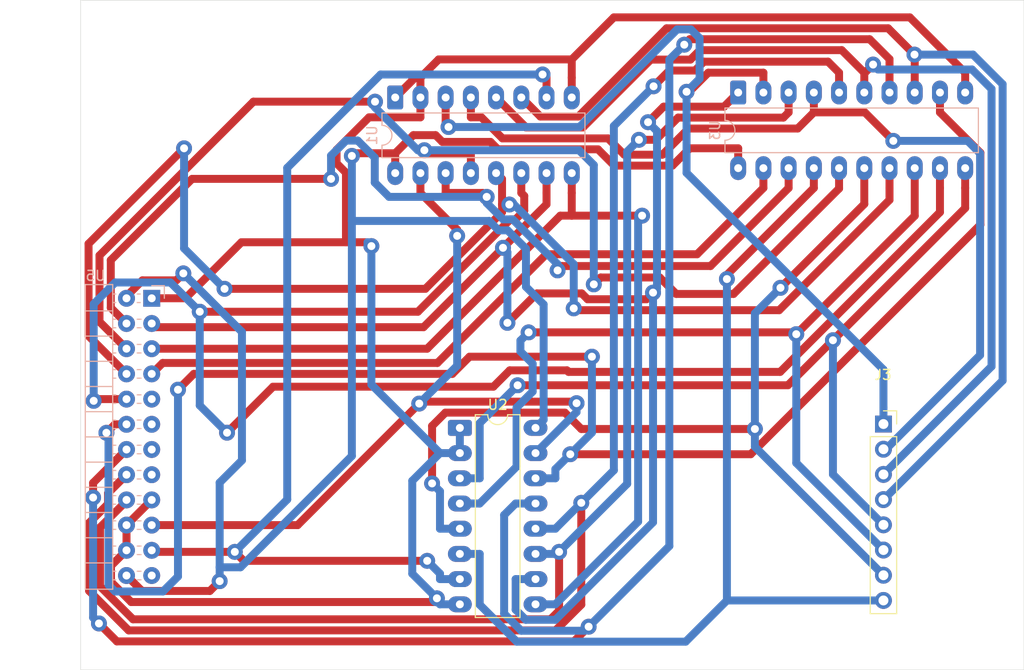
<source format=kicad_pcb>
(kicad_pcb (version 20241229) (generator "pcbnew") (generator_version "9.0")
  (layers (0 "F.Cu" signal) (2 "B.Cu" signal) (13 "F.Paste" user) (15 "B.Paste" user) (5 "F.SilkS" user "F.Silkscreen") (7 "B.SilkS" user "B.Silkscreen") (1 "F.Mask" user) (3 "B.Mask" user) (25 "Edge.Cuts" user))
  (net 0 "")
  (net 1 "/ASYNC3")
  (net 2 "/ASYNC2")
  (net 3 "/ASYNC0")
  (net 4 "/ASYNC4")
  (net 5 "/ASYNC5")
  (net 6 "/ASYNC1")
  (net 7 "/ASYNC6")
  (net 8 "/ASYNC7")
  (net 9 "/DBUS3")
  (net 10 "Net-(U1-GND)")
  (net 11 "Net-(U1-E1)")
  (net 12 "/DBUS2")
  (net 13 "Net-(U1-Cp)")
  (net 14 "Net-(U1-Mr)")
  (net 15 "Net-(U1-VCC)")
  (net 16 "/DBUS1")
  (net 17 "/DBUS0")
  (net 18 "Net-(U1-E2)")
  (net 19 "/DBUS7")
  (net 20 "/DBUS4")
  (net 21 "/DBUS5")
  (net 22 "/DBUS6")
  (net 23 "Net-(U3-OEb)")
  (footprint "Package_DIP:DIP-16_W7.62mm_LongPads" (layer "F.Cu") (at 56.19 61.6)
    (property "Reference" "U2")
    (property "Value" "74HC173")
  )
  (footprint "Connector_PinSocket_2.54mm:PinSocket_1x08_P2.54mm_Vertical" (layer "F.Cu") (at 98.85 61.21)
    (property "Reference" "J3")
    (property "Value" "ASYNC_{out}")
  )
  (footprint "Package_DIP:DIP-16_W7.62mm_LongPads" (layer "B.Cu") (at 49.68 28.3 -90)
    (property "Reference" "U1")
    (property "Value" "74HC173")
  )
  (footprint "Package_DIP:DIP-20_W7.62mm_LongPads" (layer "B.Cu") (at 84.22 27.8 -90)
    (property "Reference" "U3")
    (property "Value" "74LS244")
  )
  (footprint "lncpu:LNCPU_Type_B_Header" (layer "B.Cu") (at 25.16 48.5375 180)
    (property "Reference" "U5")
    (property "Value" "LNCPU Type B Connector")
  )
  (gr_rect (start 18 18.5) (end 113 85.9775) (stroke (width 0.05)) (fill no) (layer "Edge.Cuts"))
  (segment (start 101.9757 23.9797) (end 99.3219 21.3259) (width 0.8) (layer "F.Cu") (net 1))
  (segment (start 102 24.004) (end 102 27.8) (width 0.8) (layer "F.Cu") (net 1))
  (segment (start 68.1222 30.2195) (end 64.2995 30.2195) (width 0.8) (layer "F.Cu") (net 1))
  (segment (start 101.9757 23.9797) (end 102 24.004) (width 0.8) (layer "F.Cu") (net 1))
  (segment (start 64.2995 30.2195) (end 62.38 28.3) (width 0.8) (layer "F.Cu") (net 1))
  (segment (start 77.0158 21.3259) (end 68.1222 30.2195) (width 0.8) (layer "F.Cu") (net 1))
  (segment (start 99.3219 21.3259) (end 77.0158 21.3259) (width 0.8) (layer "F.Cu") (net 1))
  (via (at 101.9757 23.9797) (size 1.6) (drill 0.8) (layers "F.Cu" "B.Cu") (net 1))
  (segment (start 107.8681 23.9797) (end 101.9757 23.9797) (width 0.8) (layer "B.Cu") (net 1))
  (segment (start 110.8513 26.9629) (end 107.8681 23.9797) (width 0.8) (layer "B.Cu") (net 1))
  (segment (start 110.8513 56.8287) (end 110.8513 26.9629) (width 0.8) (layer "B.Cu") (net 1))
  (segment (start 98.85 68.83) (end 110.8513 56.8287) (width 0.8) (layer "B.Cu") (net 1))
  (segment (start 96.92 27.8) (end 96.92 25.8) (width 0.8) (layer "F.Cu") (net 2))
  (segment (start 97.8061 24.9824) (end 96.9885 25.8) (width 0.8) (layer "F.Cu") (net 2))
  (segment (start 62.8612 31.3212) (end 68.5803 31.3212) (width 0.8) (layer "F.Cu") (net 2))
  (segment (start 59.84 28.3) (end 62.8612 31.3212) (width 0.8) (layer "F.Cu") (net 2))
  (segment (start 96.9885 25.8) (end 96.92 25.8) (width 0.8) (layer "F.Cu") (net 2))
  (segment (start 80.3642 23.5295) (end 94.6495 23.5295) (width 0.8) (layer "F.Cu") (net 2))
  (segment (start 94.6495 23.5295) (end 96.92 25.8) (width 0.8) (layer "F.Cu") (net 2))
  (segment (start 79.412 24.4817) (end 80.3642 23.5295) (width 0.8) (layer "F.Cu") (net 2))
  (segment (start 68.5803 31.3212) (end 75.4198 24.4817) (width 0.8) (layer "F.Cu") (net 2))
  (segment (start 75.4198 24.4817) (end 79.412 24.4817) (width 0.8) (layer "F.Cu") (net 2))
  (via (at 97.8061 24.9824) (size 1.6) (drill 0.8) (layers "F.Cu" "B.Cu") (net 2))
  (segment (start 107.774 25.4814) (end 109.7355 27.4429) (width 0.8) (layer "B.Cu") (net 2))
  (segment (start 109.7355 55.4045) (end 98.85 66.29) (width 0.8) (layer "B.Cu") (net 2))
  (segment (start 98.3051 25.4814) (end 107.774 25.4814) (width 0.8) (layer "B.Cu") (net 2))
  (segment (start 97.8061 24.9824) (end 98.3051 25.4814) (width 0.8) (layer "B.Cu") (net 2))
  (segment (start 109.7355 27.4429) (end 109.7355 55.4045) (width 0.8) (layer "B.Cu") (net 2))
  (segment (start 86.76 27.8) (end 86.76 25.8) (width 0.8) (layer "F.Cu") (net 3))
  (segment (start 54.76 30.9843) (end 55.0502 31.2745) (width 0.8) (layer "F.Cu") (net 3))
  (segment (start 55.0502 31.2745) (end 54.76 30.9843) (width 0.8) (layer "F.Cu") (net 3))
  (segment (start 81.2099 25.8) (end 86.76 25.8) (width 0.8) (layer "F.Cu") (net 3))
  (segment (start 79.0214 27.724) (end 79.2859 27.724) (width 0.8) (layer "F.Cu") (net 3))
  (segment (start 79.2859 27.724) (end 81.2099 25.8) (width 0.8) (layer "F.Cu") (net 3))
  (segment (start 54.76 30.9843) (end 55.0502 31.2745) (width 0.8) (layer "F.Cu") (net 3))
  (segment (start 54.76 28.3) (end 54.76 30.9843) (width 0.8) (layer "F.Cu") (net 3))
  (via (at 79.0214 27.724) (size 1.6) (drill 0.8) (layers "F.Cu" "B.Cu") (net 3))
  (via (at 55.0502 31.2745) (size 1.6) (drill 0.8) (layers "F.Cu" "B.Cu") (net 3))
  (segment (start 68.2385 31.2745) (end 78.0779 21.4351) (width 0.8) (layer "B.Cu") (net 3))
  (segment (start 54.76 30.9843) (end 55.0502 31.2745) (width 0.8) (layer "B.Cu") (net 3))
  (segment (start 98.85 55.7272) (end 79.0214 35.8986) (width 0.8) (layer "B.Cu") (net 3))
  (segment (start 79.4497 21.4351) (end 80.3346 22.32) (width 0.8) (layer "B.Cu") (net 3))
  (segment (start 80.3346 26.4108) (end 79.0214 27.724) (width 0.8) (layer "B.Cu") (net 3))
  (segment (start 98.85 59.56) (end 98.85 55.7272) (width 0.8) (layer "B.Cu") (net 3))
  (segment (start 55.0502 31.2745) (end 54.76 30.9843) (width 0.8) (layer "B.Cu") (net 3))
  (segment (start 80.3346 22.32) (end 80.3346 26.4108) (width 0.8) (layer "B.Cu") (net 3))
  (segment (start 79.0214 35.8986) (end 79.0214 27.724) (width 0.8) (layer "B.Cu") (net 3))
  (segment (start 55.0502 31.2745) (end 68.2385 31.2745) (width 0.8) (layer "B.Cu") (net 3))
  (segment (start 98.85 61.21) (end 98.85 59.56) (width 0.8) (layer "B.Cu") (net 3))
  (segment (start 78.0779 21.4351) (end 79.4497 21.4351) (width 0.8) (layer "B.Cu") (net 3))
  (segment (start 62.0089 57.3047) (end 89.2233 57.3047) (width 0.8) (layer "F.Cu") (net 4))
  (segment (start 107.08 35.42) (end 107.08 37.42) (width 0.8) (layer "F.Cu") (net 4))
  (segment (start 89.2233 57.3047) (end 93.7628 52.7652) (width 0.8) (layer "F.Cu") (net 4))
  (segment (start 107.08 37.42) (end 107.08 39.448) (width 0.8) (layer "F.Cu") (net 4))
  (segment (start 107.08 39.448) (end 93.7628 52.7652) (width 0.8) (layer "F.Cu") (net 4))
  (via (at 93.7628 52.7652) (size 1.6) (drill 0.8) (layers "F.Cu" "B.Cu") (net 4))
  (via (at 62.0089 57.3047) (size 1.6) (drill 0.8) (layers "F.Cu" "B.Cu") (net 4))
  (segment (start 58.19 66.68) (end 58.19 61.1236) (width 0.8) (layer "B.Cu") (net 4))
  (segment (start 58.19 61.1236) (end 62.0089 57.3047) (width 0.8) (layer "B.Cu") (net 4))
  (segment (start 93.7628 52.7652) (end 93.7628 66.2828) (width 0.8) (layer "B.Cu") (net 4))
  (segment (start 93.7628 66.2828) (end 98.85 71.37) (width 0.8) (layer "B.Cu") (net 4))
  (segment (start 56.19 66.68) (end 58.19 66.68) (width 0.8) (layer "B.Cu") (net 4))
  (segment (start 102 40.225) (end 90.0697 52.1553) (width 0.8) (layer "F.Cu") (net 5))
  (segment (start 90.0697 52.1553) (end 89.8865 51.9721) (width 0.8) (layer "F.Cu") (net 5))
  (segment (start 89.8865 51.9721) (end 63.1175 51.9721) (width 0.8) (layer "F.Cu") (net 5))
  (segment (start 102 35.42) (end 102 40.225) (width 0.8) (layer "F.Cu") (net 5))
  (via (at 90.0697 52.1553) (size 1.6) (drill 0.8) (layers "F.Cu" "B.Cu") (net 5))
  (via (at 63.1175 51.9721) (size 1.6) (drill 0.8) (layers "F.Cu" "B.Cu") (net 5))
  (segment (start 90.0697 65.1297) (end 98.85 73.91) (width 0.8) (layer "B.Cu") (net 5))
  (segment (start 62.2887 53.893) (end 62.2887 52.8009) (width 0.8) (layer "B.Cu") (net 5))
  (segment (start 62.2887 52.8009) (end 63.1175 51.9721) (width 0.8) (layer "B.Cu") (net 5))
  (segment (start 63.5232 57.934) (end 63.5232 55.1275) (width 0.8) (layer "B.Cu") (net 5))
  (segment (start 58.19 69.22) (end 61.9043 65.5057) (width 0.8) (layer "B.Cu") (net 5))
  (segment (start 61.9043 65.5057) (end 61.9043 59.5529) (width 0.8) (layer "B.Cu") (net 5))
  (segment (start 90.0697 52.1553) (end 90.0697 65.1297) (width 0.8) (layer "B.Cu") (net 5))
  (segment (start 61.9043 59.5529) (end 63.5232 57.934) (width 0.8) (layer "B.Cu") (net 5))
  (segment (start 56.19 69.22) (end 58.19 69.22) (width 0.8) (layer "B.Cu") (net 5))
  (segment (start 63.5232 55.1275) (end 62.2887 53.893) (width 0.8) (layer "B.Cu") (net 5))
  (segment (start 76.5956 34.0643) (end 79.2307 31.4292) (width 0.8) (layer "F.Cu") (net 6))
  (segment (start 60.4831 32.4229) (end 71.1072 32.4229) (width 0.8) (layer "F.Cu") (net 6))
  (segment (start 96.9717 29.8001) (end 91.84 29.8001) (width 0.8) (layer "F.Cu") (net 6))
  (segment (start 90.2108 31.4292) (end 91.84 29.8) (width 0.8) (layer "F.Cu") (net 6))
  (segment (start 72.7486 34.0643) (end 76.5956 34.0643) (width 0.8) (layer "F.Cu") (net 6))
  (segment (start 99.8436 32.672) (end 96.9717 29.8001) (width 0.8) (layer "F.Cu") (net 6))
  (segment (start 91.84 29.8001) (end 91.84 29.8) (width 0.8) (layer "F.Cu") (net 6))
  (segment (start 57.3 28.3) (end 57.3 30.3) (width 0.8) (layer "F.Cu") (net 6))
  (segment (start 91.84 27.8) (end 91.84 29.8) (width 0.8) (layer "F.Cu") (net 6))
  (segment (start 71.1072 32.4229) (end 72.7486 34.0643) (width 0.8) (layer "F.Cu") (net 6))
  (segment (start 57.3 30.3) (end 58.3602 30.3) (width 0.8) (layer "F.Cu") (net 6))
  (segment (start 58.3602 30.3) (end 60.4831 32.4229) (width 0.8) (layer "F.Cu") (net 6))
  (segment (start 79.2307 31.4292) (end 90.2108 31.4292) (width 0.8) (layer "F.Cu") (net 6))
  (via (at 99.8436 32.672) (size 1.6) (drill 0.8) (layers "F.Cu" "B.Cu") (net 6))
  (segment (start 108.5817 33.9293) (end 107.3244 32.672) (width 0.8) (layer "B.Cu") (net 6))
  (segment (start 98.85 63.75) (end 99.0959 63.75) (width 0.8) (layer "B.Cu") (net 6))
  (segment (start 108.5817 54.2642) (end 108.5817 33.9293) (width 0.8) (layer "B.Cu") (net 6))
  (segment (start 107.3244 32.672) (end 99.8436 32.672) (width 0.8) (layer "B.Cu") (net 6))
  (segment (start 99.0959 63.75) (end 108.5817 54.2642) (width 0.8) (layer "B.Cu") (net 6))
  (segment (start 68.4204 61.7103) (end 85.9028 61.7103) (width 0.8) (layer "F.Cu") (net 7))
  (segment (start 88.4796 47.4806) (end 96.92 39.0402) (width 0.8) (layer "F.Cu") (net 7))
  (segment (start 53.3944 61.4031) (end 54.7394 60.0581) (width 0.8) (layer "F.Cu") (net 7))
  (segment (start 54.7394 60.0581) (end 66.7682 60.0581) (width 0.8) (layer "F.Cu") (net 7))
  (segment (start 66.7682 60.0581) (end 68.4204 61.7103) (width 0.8) (layer "F.Cu") (net 7))
  (segment (start 53.3944 67.1956) (end 53.3944 61.4031) (width 0.8) (layer "F.Cu") (net 7))
  (segment (start 96.92 39.0402) (end 96.92 35.42) (width 0.8) (layer "F.Cu") (net 7))
  (via (at 53.3944 67.1956) (size 1.6) (drill 0.8) (layers "F.Cu" "B.Cu") (net 7))
  (via (at 88.4796 47.4806) (size 1.6) (drill 0.8) (layers "F.Cu" "B.Cu") (net 7))
  (via (at 85.9028 61.7103) (size 1.6) (drill 0.8) (layers "F.Cu" "B.Cu") (net 7))
  (segment (start 54.19 71.76) (end 54.19 67.9912) (width 0.8) (layer "B.Cu") (net 7))
  (segment (start 54.19 67.9912) (end 53.3944 67.1956) (width 0.8) (layer "B.Cu") (net 7))
  (segment (start 85.9028 61.7103) (end 85.9028 50.0574) (width 0.8) (layer "B.Cu") (net 7))
  (segment (start 85.9028 63.5028) (end 85.9028 61.7103) (width 0.8) (layer "B.Cu") (net 7))
  (segment (start 56.19 71.76) (end 54.19 71.76) (width 0.8) (layer "B.Cu") (net 7))
  (segment (start 85.9028 50.0574) (end 88.4796 47.4806) (width 0.8) (layer "B.Cu") (net 7))
  (segment (start 98.85 76.45) (end 85.9028 63.5028) (width 0.8) (layer "B.Cu") (net 7))
  (segment (start 83.0839 46.1761) (end 83.0839 46.5975) (width 0.8) (layer "F.Cu") (net 8))
  (segment (start 91.84 37.42) (end 83.0839 46.1761) (width 0.8) (layer "F.Cu") (net 8))
  (segment (start 91.84 35.42) (end 91.84 37.42) (width 0.8) (layer "F.Cu") (net 8))
  (via (at 83.0839 46.5975) (size 1.6) (drill 0.8) (layers "F.Cu" "B.Cu") (net 8))
  (segment (start 58.19 79.4162) (end 61.9183 83.1445) (width 0.8) (layer "B.Cu") (net 8))
  (segment (start 83.0855 78.99) (end 98.85 78.99) (width 0.8) (layer "B.Cu") (net 8))
  (segment (start 58.19 74.3) (end 58.19 79.4162) (width 0.8) (layer "B.Cu") (net 8))
  (segment (start 61.9183 83.1445) (end 78.931 83.1445) (width 0.8) (layer "B.Cu") (net 8))
  (segment (start 78.931 83.1445) (end 83.0855 78.99) (width 0.8) (layer "B.Cu") (net 8))
  (segment (start 56.19 74.3) (end 58.19 74.3) (width 0.8) (layer "B.Cu") (net 8))
  (segment (start 83.0855 78.99) (end 83.0855 46.5991) (width 0.8) (layer "B.Cu") (net 8))
  (segment (start 83.0855 46.5991) (end 83.0839 46.5975) (width 0.8) (layer "B.Cu") (net 8))
  (segment (start 51.9681 49.89) (end 61.2704 40.5877) (width 0.8) (layer "F.Cu") (net 9))
  (segment (start 61.2124 55.8009) (end 66.9793 55.8009) (width 0.8) (layer "F.Cu") (net 9))
  (segment (start 104.54 35.42) (end 104.54 37.42) (width 0.8) (layer "F.Cu") (net 9))
  (segment (start 88.4467 55.9561) (end 104.54 39.8628) (width 0.8) (layer "F.Cu") (net 9))
  (segment (start 66.9793 55.8009) (end 67.1345 55.9561) (width 0.8) (layer "F.Cu") (net 9))
  (segment (start 29.9976 49.89) (end 51.9681 49.89) (width 0.8) (layer "F.Cu") (net 9))
  (segment (start 62.6739 39.7081) (end 62.6739 38.2139) (width 0.8) (layer "F.Cu") (net 9))
  (segment (start 59.5674 57.4459) (end 61.2124 55.8009) (width 0.8) (layer "F.Cu") (net 9))
  (segment (start 37.3817 57.4459) (end 59.5674 57.4459) (width 0.8) (layer "F.Cu") (net 9))
  (segment (start 62.6739 38.2139) (end 62.38 37.92) (width 0.8) (layer "F.Cu") (net 9))
  (segment (start 61.2704 40.5877) (end 61.7943 40.5877) (width 0.8) (layer "F.Cu") (net 9))
  (segment (start 67.1345 55.9561) (end 88.4467 55.9561) (width 0.8) (layer "F.Cu") (net 9))
  (segment (start 22.62 58.6975) (end 19.4899 58.6975) (width 0.8) (layer "F.Cu") (net 9))
  (segment (start 61.7943 40.5877) (end 62.6739 39.7081) (width 0.8) (layer "F.Cu") (net 9))
  (segment (start 62.38 35.92) (end 62.38 37.92) (width 0.8) (layer "F.Cu") (net 9))
  (segment (start 104.54 39.8628) (end 104.54 37.42) (width 0.8) (layer "F.Cu") (net 9))
  (segment (start 19.4899 58.6975) (end 19.3157 58.8717) (width 0.8) (layer "F.Cu") (net 9))
  (segment (start 32.7439 62.0837) (end 37.3817 57.4459) (width 0.8) (layer "F.Cu") (net 9))
  (via (at 29.9976 49.89) (size 1.6) (drill 0.8) (layers "F.Cu" "B.Cu") (net 9))
  (via (at 32.7439 62.0837) (size 1.6) (drill 0.8) (layers "F.Cu" "B.Cu") (net 9))
  (via (at 19.3157 58.8717) (size 1.6) (drill 0.8) (layers "F.Cu" "B.Cu") (net 9))
  (segment (start 19.3157 49.1058) (end 19.3157 58.8717) (width 0.8) (layer "B.Cu") (net 9))
  (segment (start 29.9976 49.89) (end 27.0524 46.9448) (width 0.8) (layer "B.Cu") (net 9))
  (segment (start 27.0524 46.9448) (end 21.4767 46.9448) (width 0.8) (layer "B.Cu") (net 9))
  (segment (start 32.7439 62.0837) (end 29.9976 59.3374) (width 0.8) (layer "B.Cu") (net 9))
  (segment (start 21.4767 46.9448) (end 19.3157 49.1058) (width 0.8) (layer "B.Cu") (net 9))
  (segment (start 29.9976 59.3374) (end 29.9976 49.89) (width 0.8) (layer "B.Cu") (net 9))
  (segment (start 53.5019 79.149) (end 53.8779 78.773) (width 0.8) (layer "F.Cu") (net 10))
  (segment (start 21.0599 77.115) (end 23.0939 79.149) (width 0.8) (layer "F.Cu") (net 10))
  (segment (start 46.8946 42.891) (end 47.2817 43.2781) (width 0.8) (layer "F.Cu") (net 10))
  (segment (start 54.056 24.464) (end 52.22 26.3) (width 0.8) (layer "F.Cu") (net 10))
  (segment (start 22.62 71.3975) (end 25.16 68.8575) (width 0.8) (layer "F.Cu") (net 10))
  (segment (start 44.7207 42.891) (end 46.8946 42.891) (width 0.8) (layer "F.Cu") (net 10))
  (segment (start 26.6429 48.5375) (end 25.16 48.5375) (width 0.8) (layer "F.Cu") (net 10))
  (segment (start 22.62 71.3975) (end 22.62 73.9375) (width 0.8) (layer "F.Cu") (net 10))
  (segment (start 101.5042 20.2242) (end 71.6998 20.2242) (width 0.8) (layer "F.Cu") (net 10))
  (segment (start 52.22 28.3) (end 52.22 30.3) (width 0.8) (layer "F.Cu") (net 10))
  (segment (start 52.22 28.3) (end 52.22 26.3) (width 0.8) (layer "F.Cu") (net 10))
  (segment (start 28.5483 48.5375) (end 34.1948 42.891) (width 0.8) (layer "F.Cu") (net 10))
  (segment (start 71.6998 20.2242) (end 67.46 24.464) (width 0.8) (layer "F.Cu") (net 10))
  (segment (start 44.7207 42.891) (end 44.7207 35.8785) (width 0.8) (layer "F.Cu") (net 10))
  (segment (start 107.08 25.8) (end 101.5042 20.2242) (width 0.8) (layer "F.Cu") (net 10))
  (segment (start 67.46 24.464) (end 67.46 26.3) (width 0.8) (layer "F.Cu") (net 10))
  (segment (start 43.7735 33.5732) (end 47.0467 30.3) (width 0.8) (layer "F.Cu") (net 10))
  (segment (start 52.22 26.3) (end 51.68 26.3) (width 0.8) (layer "F.Cu") (net 10))
  (segment (start 22.62 73.9375) (end 21.0599 75.4976) (width 0.8) (layer "F.Cu") (net 10))
  (segment (start 47.0467 30.3) (end 52.22 30.3) (width 0.8) (layer "F.Cu") (net 10))
  (segment (start 47.2817 43.2781) (end 46.8946 42.891) (width 0.8) (layer "F.Cu") (net 10))
  (segment (start 107.08 27.8) (end 107.08 25.8) (width 0.8) (layer "F.Cu") (net 10))
  (segment (start 44.7207 35.8785) (end 43.7735 34.9313) (width 0.8) (layer "F.Cu") (net 10))
  (segment (start 67.46 28.3) (end 67.46 26.3) (width 0.8) (layer "F.Cu") (net 10))
  (segment (start 51.68 26.3) (end 49.68 28.3) (width 0.8) (layer "F.Cu") (net 10))
  (segment (start 21.0599 75.4976) (end 21.0599 77.115) (width 0.8) (layer "F.Cu") (net 10))
  (segment (start 23.0939 79.149) (end 53.5019 79.149) (width 0.8) (layer "F.Cu") (net 10))
  (segment (start 26.81 48.5375) (end 28.5483 48.5375) (width 0.8) (layer "F.Cu") (net 10))
  (segment (start 26.6429 48.5375) (end 26.81 48.5375) (width 0.8) (layer "F.Cu") (net 10))
  (segment (start 67.46 24.464) (end 54.056 24.464) (width 0.8) (layer "F.Cu") (net 10))
  (segment (start 34.1948 42.891) (end 44.7207 42.891) (width 0.8) (layer "F.Cu") (net 10))
  (segment (start 46.8946 42.891) (end 47.2817 43.2781) (width 0.8) (layer "F.Cu") (net 10))
  (segment (start 43.7735 34.9313) (end 43.7735 33.5732) (width 0.8) (layer "F.Cu") (net 10))
  (via (at 53.8779 78.773) (size 1.6) (drill 0.8) (layers "F.Cu" "B.Cu") (net 10))
  (via (at 47.2817 43.2781) (size 1.6) (drill 0.8) (layers "F.Cu" "B.Cu") (net 10))
  (segment (start 51.3987 66.9313) (end 54.19 64.14) (width 0.8) (layer "B.Cu") (net 10))
  (segment (start 47.2817 57.2317) (end 54.19 64.14) (width 0.8) (layer "B.Cu") (net 10))
  (segment (start 47.2817 43.2781) (end 47.2817 57.2317) (width 0.8) (layer "B.Cu") (net 10))
  (segment (start 56.19 64.14) (end 54.19 64.14) (width 0.8) (layer "B.Cu") (net 10))
  (segment (start 54.19 79.38) (end 54.19 79.0851) (width 0.8) (layer "B.Cu") (net 10))
  (segment (start 56.19 79.38) (end 54.19 79.38) (width 0.8) (layer "B.Cu") (net 10))
  (segment (start 56.19 64.14) (end 56.19 61.6) (width 0.8) (layer "B.Cu") (net 10))
  (segment (start 46.8946 42.891) (end 47.2817 43.2781) (width 0.8) (layer "B.Cu") (net 10))
  (segment (start 54.19 79.0851) (end 53.8779 78.773) (width 0.8) (layer "B.Cu") (net 10))
  (segment (start 47.2817 43.2781) (end 46.8946 42.891) (width 0.8) (layer "B.Cu") (net 10))
  (segment (start 53.8779 78.773) (end 51.3987 76.2938) (width 0.8) (layer "B.Cu") (net 10))
  (segment (start 51.3987 76.2938) (end 51.3987 66.9313) (width 0.8) (layer "B.Cu") (net 10))
  (segment (start 66.3072 40.2082) (end 52.8979 53.6175) (width 0.8) (layer "F.Cu") (net 11))
  (segment (start 67.46 40.2082) (end 74.5444 40.2082) (width 0.8) (layer "F.Cu") (net 11))
  (segment (start 52.8979 53.6175) (end 25.16 53.6175) (width 0.8) (layer "F.Cu") (net 11))
  (segment (start 67.46 40.2082) (end 66.3072 40.2082) (width 0.8) (layer "F.Cu") (net 11))
  (segment (start 67.46 37.92) (end 67.46 40.2082) (width 0.8) (layer "F.Cu") (net 11))
  (segment (start 67.46 35.92) (end 67.46 37.92) (width 0.8) (layer "F.Cu") (net 11))
  (via (at 74.5444 40.2082) (size 1.6) (drill 0.8) (layers "F.Cu" "B.Cu") (net 11))
  (segment (start 63.81 79.38) (end 65.81 79.38) (width 0.8) (layer "B.Cu") (net 11))
  (segment (start 74.1429 71.0471) (end 65.81 79.38) (width 0.8) (layer "B.Cu") (net 11))
  (segment (start 74.1429 40.6097) (end 74.1429 71.0471) (width 0.8) (layer "B.Cu") (net 11))
  (segment (start 74.5444 40.2082) (end 74.1429 40.6097) (width 0.8) (layer "B.Cu") (net 11))
  (segment (start 67.8413 49.737) (end 88.347 49.737) (width 0.8) (layer "F.Cu") (net 12))
  (segment (start 88.347 49.737) (end 99.46 38.624) (width 0.8) (layer "F.Cu") (net 12))
  (segment (start 60.4403 39.086) (end 60.4403 36.5203) (width 0.8) (layer "F.Cu") (net 12))
  (segment (start 67.6595 49.5552) (end 67.8413 49.737) (width 0.8) (layer "F.Cu") (net 12))
  (segment (start 52.7172 47.5828) (end 60.4403 39.8597) (width 0.8) (layer "F.Cu") (net 12))
  (segment (start 99.46 35.42) (end 99.46 37.42) (width 0.8) (layer "F.Cu") (net 12))
  (segment (start 32.494 47.5828) (end 52.7172 47.5828) (width 0.8) (layer "F.Cu") (net 12))
  (segment (start 28.4171 33.4211) (end 18.7985 43.0397) (width 0.8) (layer "F.Cu") (net 12))
  (segment (start 18.7985 43.0397) (end 18.7985 52.336) (width 0.8) (layer "F.Cu") (net 12))
  (segment (start 60.4403 39.086) (end 61.1722 39.086) (width 0.8) (layer "F.Cu") (net 12))
  (segment (start 99.46 38.624) (end 99.46 37.42) (width 0.8) (layer "F.Cu") (net 12))
  (segment (start 18.7985 52.336) (end 22.62 56.1575) (width 0.8) (layer "F.Cu") (net 12))
  (segment (start 60.4403 36.5203) (end 59.84 35.92) (width 0.8) (layer "F.Cu") (net 12))
  (segment (start 60.4403 39.8597) (end 60.4403 39.086) (width 0.8) (layer "F.Cu") (net 12))
  (via (at 67.6595 49.5552) (size 1.6) (drill 0.8) (layers "F.Cu" "B.Cu") (net 12))
  (via (at 61.1722 39.086) (size 1.6) (drill 0.8) (layers "F.Cu" "B.Cu") (net 12))
  (via (at 28.4171 33.4211) (size 1.6) (drill 0.8) (layers "F.Cu" "B.Cu") (net 12))
  (via (at 32.494 47.5828) (size 1.6) (drill 0.8) (layers "F.Cu" "B.Cu") (net 12))
  (segment (start 61.1722 39.086) (end 61.6437 39.086) (width 0.8) (layer "B.Cu") (net 12))
  (segment (start 28.4171 43.5059) (end 32.494 47.5828) (width 0.8) (layer "B.Cu") (net 12))
  (segment (start 28.4171 33.4211) (end 28.4171 43.5059) (width 0.8) (layer "B.Cu") (net 12))
  (segment (start 61.6437 39.086) (end 67.6595 45.1018) (width 0.8) (layer "B.Cu") (net 12))
  (segment (start 67.6595 45.1018) (end 67.6595 49.5552) (width 0.8) (layer "B.Cu") (net 12))
  (segment (start 25.3165 74.094) (end 33.5271 74.094) (width 0.8) (layer "F.Cu") (net 13))
  (segment (start 34.4293 74.9962) (end 52.9005 74.9962) (width 0.8) (layer "F.Cu") (net 13))
  (segment (start 25.16 73.9375) (end 25.3165 74.094) (width 0.8) (layer "F.Cu") (net 13))
  (segment (start 33.5271 74.094) (end 34.4293 74.9962) (width 0.8) (layer "F.Cu") (net 13))
  (segment (start 64.92 28.3) (end 64.92 26.3) (width 0.8) (layer "F.Cu") (net 13))
  (segment (start 64.92 26.3) (end 64.8372 26.3) (width 0.8) (layer "F.Cu") (net 13))
  (segment (start 64.8372 26.3) (end 64.5206 25.9834) (width 0.8) (layer "F.Cu") (net 13))
  (via (at 64.5206 25.9834) (size 1.6) (drill 0.8) (layers "F.Cu" "B.Cu") (net 13))
  (via (at 33.5271 74.094) (size 1.6) (drill 0.8) (layers "F.Cu" "B.Cu") (net 13))
  (via (at 52.9005 74.9962) (size 1.6) (drill 0.8) (layers "F.Cu" "B.Cu") (net 13))
  (segment (start 54.19 76.84) (end 54.19 76.2857) (width 0.8) (layer "B.Cu") (net 13))
  (segment (start 33.5271 74.094) (end 38.8051 68.816) (width 0.8) (layer "B.Cu") (net 13))
  (segment (start 48.2151 25.9834) (end 64.5206 25.9834) (width 0.8) (layer "B.Cu") (net 13))
  (segment (start 56.19 76.84) (end 54.19 76.84) (width 0.8) (layer "B.Cu") (net 13))
  (segment (start 54.19 76.2857) (end 52.9005 74.9962) (width 0.8) (layer "B.Cu") (net 13))
  (segment (start 38.8051 68.816) (end 38.8051 35.3934) (width 0.8) (layer "B.Cu") (net 13))
  (segment (start 38.8051 35.3934) (end 48.2151 25.9834) (width 0.8) (layer "B.Cu") (net 13))
  (segment (start 39.8528 71.3975) (end 52.1021 59.1482) (width 0.8) (layer "F.Cu") (net 14))
  (segment (start 25.16 71.3975) (end 39.8528 71.3975) (width 0.8) (layer "F.Cu") (net 14))
  (segment (start 55.92 41.62) (end 55.92 42.245) (width 0.8) (layer "F.Cu") (net 14))
  (segment (start 67.7856 58.9518) (end 67.9434 59.1096) (width 0.8) (layer "F.Cu") (net 14))
  (segment (start 52.1021 59.1482) (end 52.2985 58.9518) (width 0.8) (layer "F.Cu") (net 14))
  (segment (start 52.2985 58.9518) (end 67.7856 58.9518) (width 0.8) (layer "F.Cu") (net 14))
  (segment (start 52.22 37.92) (end 55.92 41.62) (width 0.8) (layer "F.Cu") (net 14))
  (segment (start 52.22 35.92) (end 52.22 37.92) (width 0.8) (layer "F.Cu") (net 14))
  (via (at 55.92 42.245) (size 1.6) (drill 0.8) (layers "F.Cu" "B.Cu") (net 14))
  (via (at 52.1021 59.1482) (size 1.6) (drill 0.8) (layers "F.Cu" "B.Cu") (net 14))
  (via (at 67.9434 59.1096) (size 1.6) (drill 0.8) (layers "F.Cu" "B.Cu") (net 14))
  (segment (start 55.92 55.3303) (end 52.1021 59.1482) (width 0.8) (layer "B.Cu") (net 14))
  (segment (start 67.9434 60.0066) (end 67.9434 59.1096) (width 0.8) (layer "B.Cu") (net 14))
  (segment (start 63.81 64.14) (end 67.9434 60.0066) (width 0.8) (layer "B.Cu") (net 14))
  (segment (start 55.92 42.245) (end 55.92 55.3303) (width 0.8) (layer "B.Cu") (net 14))
  (segment (start 49.68 33.92) (end 51.5049 32.0951) (width 0.8) (layer "F.Cu") (net 15))
  (segment (start 45.315 34.187) (end 45.582 33.92) (width 0.8) (layer "F.Cu") (net 15))
  (segment (start 60.0267 33.5246) (end 70.1006 33.5246) (width 0.8) (layer "F.Cu") (net 15))
  (segment (start 28.3428 46.0251) (end 27.6387 46.7292) (width 0.8) (layer "F.Cu") (net 15))
  (segment (start 53.7471 32.0951) (end 54.4282 32.7762) (width 0.8) (layer "F.Cu") (net 15))
  (segment (start 54.4282 32.7762) (end 59.2783 32.7762) (width 0.8) (layer "F.Cu") (net 15))
  (segment (start 59.2783 32.7762) (end 60.0267 33.5246) (width 0.8) (layer "F.Cu") (net 15))
  (segment (start 79.3478 33.42) (end 84.22 33.42) (width 0.8) (layer "F.Cu") (net 15))
  (segment (start 71.742 35.166) (end 77.6018 35.166) (width 0.8) (layer "F.Cu") (net 15))
  (segment (start 49.68 35.92) (end 49.68 33.92) (width 0.8) (layer "F.Cu") (net 15))
  (segment (start 27.6387 46.7292) (end 24.2233 46.7292) (width 0.8) (layer "F.Cu") (net 15))
  (segment (start 70.1006 33.5246) (end 71.742 35.166) (width 0.8) (layer "F.Cu") (net 15))
  (segment (start 22.62 48.3325) (end 22.62 48.5375) (width 0.8) (layer "F.Cu") (net 15))
  (segment (start 22.62 76.4775) (end 24.1749 78.0324) (width 0.8) (layer "F.Cu") (net 15))
  (segment (start 24.1749 78.0324) (end 31.0146 78.0324) (width 0.8) (layer "F.Cu") (net 15))
  (segment (start 84.22 35.42) (end 84.22 33.42) (width 0.8) (layer "F.Cu") (net 15))
  (segment (start 77.6018 35.166) (end 79.3478 33.42) (width 0.8) (layer "F.Cu") (net 15))
  (segment (start 31.0146 78.0324) (end 32.0025 77.0445) (width 0.8) (layer "F.Cu") (net 15))
  (segment (start 51.5049 32.0951) (end 53.7471 32.0951) (width 0.8) (layer "F.Cu") (net 15))
  (segment (start 24.2233 46.7292) (end 22.62 48.3325) (width 0.8) (layer "F.Cu") (net 15))
  (segment (start 45.582 33.92) (end 49.68 33.92) (width 0.8) (layer "F.Cu") (net 15))
  (via (at 45.315 34.187) (size 1.6) (drill 0.8) (layers "F.Cu" "B.Cu") (net 15))
  (via (at 32.0025 77.0445) (size 1.6) (drill 0.8) (layers "F.Cu" "B.Cu") (net 15))
  (via (at 28.3428 46.0251) (size 1.6) (drill 0.8) (layers "F.Cu" "B.Cu") (net 15))
  (segment (start 32.0025 77.0445) (end 32.0025 75.6478) (width 0.8) (layer "B.Cu") (net 15))
  (segment (start 34.2456 64.8694) (end 34.2456 51.9279) (width 0.8) (layer "B.Cu") (net 15))
  (segment (start 64.6282 49.157) (end 64.6282 60.7818) (width 0.8) (layer "B.Cu") (net 15))
  (segment (start 62.8482 43.5387) (end 62.8482 47.377) (width 0.8) (layer "B.Cu") (net 15))
  (segment (start 32.0025 75.6478) (end 32.0025 67.1125) (width 0.8) (layer "B.Cu") (net 15))
  (segment (start 45.315 40.7432) (end 59.1476 40.7432) (width 0.8) (layer "B.Cu") (net 15))
  (segment (start 32.0025 67.1125) (end 34.2456 64.8694) (width 0.8) (layer "B.Cu") (net 15))
  (segment (start 60.0938 41.6894) (end 60.9989 41.6894) (width 0.8) (layer "B.Cu") (net 15))
  (segment (start 60.9989 41.6894) (end 62.8482 43.5387) (width 0.8) (layer "B.Cu") (net 15))
  (segment (start 34.2456 51.9279) (end 28.3428 46.0251) (width 0.8) (layer "B.Cu") (net 15))
  (segment (start 45.315 40.7432) (end 45.315 34.187) (width 0.8) (layer "B.Cu") (net 15))
  (segment (start 45.315 64.4312) (end 45.315 40.7432) (width 0.8) (layer "B.Cu") (net 15))
  (segment (start 34.0984 75.6478) (end 45.315 64.4312) (width 0.8) (layer "B.Cu") (net 15))
  (segment (start 62.8482 47.377) (end 64.6282 49.157) (width 0.8) (layer "B.Cu") (net 15))
  (segment (start 59.1476 40.7432) (end 60.0938 41.6894) (width 0.8) (layer "B.Cu") (net 15))
  (segment (start 32.0025 75.6478) (end 34.0984 75.6478) (width 0.8) (layer "B.Cu") (net 15))
  (segment (start 64.6282 60.7818) (end 63.81 61.6) (width 0.8) (layer "B.Cu") (net 15))
  (segment (start 52.6161 33.6144) (end 52.9217 33.92) (width 0.8) (layer "F.Cu") (net 16))
  (segment (start 83.7546 48.1005) (end 77.9809 48.1005) (width 0.8) (layer "F.Cu") (net 16))
  (segment (start 52.9217 33.92) (end 57.3 33.92) (width 0.8) (layer "F.Cu") (net 16))
  (segment (start 77.9809 48.1005) (end 76.321 46.4406) (width 0.8) (layer "F.Cu") (net 16))
  (segment (start 94.38 35.42) (end 94.38 37.42) (width 0.8) (layer "F.Cu") (net 16))
  (segment (start 35.4012 28.7203) (end 19.9002 44.2213) (width 0.8) (layer "F.Cu") (net 16))
  (segment (start 94.38 37.42) (end 94.38 37.4751) (width 0.8) (layer "F.Cu") (net 16))
  (segment (start 47.6458 28.7203) (end 35.4012 28.7203) (width 0.8) (layer "F.Cu") (net 16))
  (segment (start 57.3 35.92) (end 57.3 33.92) (width 0.8) (layer "F.Cu") (net 16))
  (segment (start 19.9002 44.2213) (end 19.9002 50.8977) (width 0.8) (layer "F.Cu") (net 16))
  (segment (start 94.38 37.4751) (end 83.7546 48.1005) (width 0.8) (layer "F.Cu") (net 16))
  (segment (start 19.9002 50.8977) (end 22.62 53.6175) (width 0.8) (layer "F.Cu") (net 16))
  (segment (start 76.321 46.4406) (end 70.373 46.4406) (width 0.8) (layer "F.Cu") (net 16))
  (segment (start 70.373 46.4406) (end 69.68 47.1336) (width 0.8) (layer "F.Cu") (net 16))
  (via (at 52.6161 33.6144) (size 1.6) (drill 0.8) (layers "F.Cu" "B.Cu") (net 16))
  (via (at 47.6458 28.7203) (size 1.6) (drill 0.8) (layers "F.Cu" "B.Cu") (net 16))
  (via (at 69.68 47.1336) (size 1.6) (drill 0.8) (layers "F.Cu" "B.Cu") (net 16))
  (segment (start 69.68 35.1067) (end 69.68 47.1336) (width 0.8) (layer "B.Cu") (net 16))
  (segment (start 47.6458 28.7203) (end 47.6458 29.3057) (width 0.8) (layer "B.Cu") (net 16))
  (segment (start 51.9545 33.6144) (end 52.6161 33.6144) (width 0.8) (layer "B.Cu") (net 16))
  (segment (start 47.6458 29.3057) (end 51.9545 33.6144) (width 0.8) (layer "B.Cu") (net 16))
  (segment (start 52.6161 33.6144) (end 68.1877 33.6144) (width 0.8) (layer "B.Cu") (net 16))
  (segment (start 68.1877 33.6144) (end 69.68 35.1067) (width 0.8) (layer "B.Cu") (net 16))
  (segment (start 89.3 37.42) (end 81.4325 45.2875) (width 0.8) (layer "F.Cu") (net 17))
  (segment (start 58.4973 37.92) (end 54.76 37.92) (width 0.8) (layer "F.Cu") (net 17))
  (segment (start 21.0365 49.494) (end 21.0365 44.6925) (width 0.8) (layer "F.Cu") (net 17))
  (segment (start 89.3 35.42) (end 89.3 37.42) (width 0.8) (layer "F.Cu") (net 17))
  (segment (start 22.62 51.0775) (end 21.0365 49.494) (width 0.8) (layer "F.Cu") (net 17))
  (segment (start 29.2284 36.5006) (end 43.219 36.5006) (width 0.8) (layer "F.Cu") (net 17))
  (segment (start 81.4325 45.2875) (end 66.4717 45.2875) (width 0.8) (layer "F.Cu") (net 17))
  (segment (start 66.4717 45.2875) (end 66.0332 45.726) (width 0.8) (layer "F.Cu") (net 17))
  (segment (start 21.0365 44.6925) (end 29.2284 36.5006) (width 0.8) (layer "F.Cu") (net 17))
  (segment (start 58.8937 38.3164) (end 58.4973 37.92) (width 0.8) (layer "F.Cu") (net 17))
  (segment (start 54.76 35.92) (end 54.76 37.92) (width 0.8) (layer "F.Cu") (net 17))
  (via (at 58.8937 38.3164) (size 1.6) (drill 0.8) (layers "F.Cu" "B.Cu") (net 17))
  (via (at 66.0332 45.726) (size 1.6) (drill 0.8) (layers "F.Cu" "B.Cu") (net 17))
  (via (at 43.219 36.5006) (size 1.6) (drill 0.8) (layers "F.Cu" "B.Cu") (net 17))
  (segment (start 47.6233 36.8755) (end 49.0642 38.3164) (width 0.8) (layer "B.Cu") (net 17))
  (segment (start 58.8937 38.3164) (end 58.8937 38.9312) (width 0.8) (layer "B.Cu") (net 17))
  (segment (start 43.219 34.156) (end 44.7328 32.6422) (width 0.8) (layer "B.Cu") (net 17))
  (segment (start 60.5502 40.5877) (end 61.521 40.5877) (width 0.8) (layer "B.Cu") (net 17))
  (segment (start 44.7328 32.6422) (end 45.9001 32.6422) (width 0.8) (layer "B.Cu") (net 17))
  (segment (start 66.0332 45.0999) (end 66.0332 45.726) (width 0.8) (layer "B.Cu") (net 17))
  (segment (start 47.6233 34.3654) (end 47.6233 36.8755) (width 0.8) (layer "B.Cu") (net 17))
  (segment (start 49.0642 38.3164) (end 58.8937 38.3164) (width 0.8) (layer "B.Cu") (net 17))
  (segment (start 45.9001 32.6422) (end 47.6233 34.3654) (width 0.8) (layer "B.Cu") (net 17))
  (segment (start 58.8937 38.9312) (end 60.5502 40.5877) (width 0.8) (layer "B.Cu") (net 17))
  (segment (start 61.521 40.5877) (end 66.0332 45.0999) (width 0.8) (layer "B.Cu") (net 17))
  (segment (start 43.219 36.5006) (end 43.219 34.156) (width 0.8) (layer "B.Cu") (net 17))
  (segment (start 76.7069 29.2258) (end 75.1435 30.7892) (width 0.8) (layer "F.Cu") (net 18))
  (segment (start 68.4708 48.0481) (end 69.058 48.6353) (width 0.8) (layer "F.Cu") (net 18))
  (segment (start 69.058 48.6353) (end 74.975 48.6353) (width 0.8) (layer "F.Cu") (net 18))
  (segment (start 82.7942 29.2258) (end 76.7069 29.2258) (width 0.8) (layer "F.Cu") (net 18))
  (segment (start 84.22 27.8) (end 82.7942 29.2258) (width 0.8) (layer "F.Cu") (net 18))
  (segment (start 63.9418 48.0481) (end 68.4708 48.0481) (width 0.8) (layer "F.Cu") (net 18))
  (segment (start 74.975 48.6353) (end 75.6461 47.9642) (width 0.8) (layer "F.Cu") (net 18))
  (segment (start 64.92 35.92) (end 64.92 37.92) (width 0.8) (layer "F.Cu") (net 18))
  (segment (start 25.5306 51.4481) (end 52.5339 51.4481) (width 0.8) (layer "F.Cu") (net 18))
  (segment (start 25.16 51.0775) (end 25.5306 51.4481) (width 0.8) (layer "F.Cu") (net 18))
  (segment (start 60.9786 51.0113) (end 63.9418 48.0481) (width 0.8) (layer "F.Cu") (net 18))
  (segment (start 64.92 39.062) (end 64.92 37.92) (width 0.8) (layer "F.Cu") (net 18))
  (segment (start 60.5341 43.4479) (end 64.92 39.062) (width 0.8) (layer "F.Cu") (net 18))
  (segment (start 52.5339 51.4481) (end 60.5341 43.4479) (width 0.8) (layer "F.Cu") (net 18))
  (via (at 75.1435 30.7892) (size 1.6) (drill 0.8) (layers "F.Cu" "B.Cu") (net 18))
  (via (at 60.9786 51.0113) (size 1.6) (drill 0.8) (layers "F.Cu" "B.Cu") (net 18))
  (via (at 60.5341 43.4479) (size 1.6) (drill 0.8) (layers "F.Cu" "B.Cu") (net 18))
  (via (at 75.6461 47.9642) (size 1.6) (drill 0.8) (layers "F.Cu" "B.Cu") (net 18))
  (segment (start 60.9786 51.0113) (end 60.9786 43.8924) (width 0.8) (layer "B.Cu") (net 18))
  (segment (start 60.9786 43.8924) (end 60.5341 43.4479) (width 0.8) (layer "B.Cu") (net 18))
  (segment (start 63.4118 76.84) (end 63.81 76.84) (width 0.8) (layer "B.Cu") (net 18))
  (segment (start 65.8162 80.9411) (end 75.6461 71.1112) (width 0.8) (layer "B.Cu") (net 18))
  (segment (start 75.6461 71.1112) (end 75.6461 47.9642) (width 0.8) (layer "B.Cu") (net 18))
  (segment (start 63.4118 76.84) (end 61.81 76.84) (width 0.8) (layer "B.Cu") (net 18))
  (segment (start 75.6461 47.9642) (end 76.0461 47.5642) (width 0.8) (layer "B.Cu") (net 18))
  (segment (start 76.0461 47.5642) (end 76.0461 31.6918) (width 0.8) (layer "B.Cu") (net 18))
  (segment (start 76.0461 31.6918) (end 75.1435 30.7892) (width 0.8) (layer "B.Cu") (net 18))
  (segment (start 62.8311 80.9411) (end 65.8162 80.9411) (width 0.8) (layer "B.Cu") (net 18))
  (segment (start 61.81 79.92) (end 62.8311 80.9411) (width 0.8) (layer "B.Cu") (net 18))
  (segment (start 61.81 76.84) (end 61.81 79.92) (width 0.8) (layer "B.Cu") (net 18))
  (segment (start 66.1855 80.0241) (end 65.3207 80.8889) (width 0.8) (layer "F.Cu") (net 19))
  (segment (start 89.3 29.8) (end 88.7725 30.3275) (width 0.8) (layer "F.Cu") (net 19))
  (segment (start 89.3 27.8) (end 89.3 29.8) (width 0.8) (layer "F.Cu") (net 19))
  (segment (start 22.62 68.9612) (end 22.62 68.8575) (width 0.8) (layer "F.Cu") (net 19))
  (segment (start 23.2757 80.8889) (end 19.9582 77.5714) (width 0.8) (layer "F.Cu") (net 19))
  (segment (start 19.9582 71.623) (end 22.62 68.9612) (width 0.8) (layer "F.Cu") (net 19))
  (segment (start 78.1662 30.3275) (end 75.9312 32.5625) (width 0.8) (layer "F.Cu") (net 19))
  (segment (start 66.1855 74.0923) (end 66.1855 80.0241) (width 0.8) (layer "F.Cu") (net 19))
  (segment (start 65.3207 80.8889) (end 23.2757 80.8889) (width 0.8) (layer "F.Cu") (net 19))
  (segment (start 75.9312 32.5625) (end 74.2272 32.5625) (width 0.8) (layer "F.Cu") (net 19))
  (segment (start 19.9582 77.5714) (end 19.9582 71.623) (width 0.8) (layer "F.Cu") (net 19))
  (segment (start 88.7725 30.3275) (end 78.1662 30.3275) (width 0.8) (layer "F.Cu") (net 19))
  (via (at 74.2272 32.5625) (size 1.6) (drill 0.8) (layers "F.Cu" "B.Cu") (net 19))
  (via (at 66.1855 74.0923) (size 1.6) (drill 0.8) (layers "F.Cu" "B.Cu") (net 19))
  (segment (start 73.0411 67.2367) (end 66.1855 74.0923) (width 0.8) (layer "B.Cu") (net 19))
  (segment (start 66.1855 74.0923) (end 66.0177 74.0923) (width 0.8) (layer "B.Cu") (net 19))
  (segment (start 66.0177 74.0923) (end 65.81 74.3) (width 0.8) (layer "B.Cu") (net 19))
  (segment (start 63.81 74.3) (end 65.81 74.3) (width 0.8) (layer "B.Cu") (net 19))
  (segment (start 73.0411 33.7486) (end 73.0411 67.2367) (width 0.8) (layer "B.Cu") (net 19))
  (segment (start 74.2272 32.5625) (end 73.0411 33.7486) (width 0.8) (layer "B.Cu") (net 19))
  (segment (start 67.3094 64.2566) (end 85.4803 64.2566) (width 0.8) (layer "F.Cu") (net 20))
  (segment (start 21.4521 61.2375) (end 20.5959 62.0937) (width 0.8) (layer "F.Cu") (net 20))
  (segment (start 29.3937 56.1575) (end 27.8038 57.7474) (width 0.8) (layer "F.Cu") (net 20))
  (segment (start 85.4803 64.2566) (end 108.6108 41.1261) (width 0.8) (layer "F.Cu") (net 20))
  (segment (start 108.6108 41.1261) (end 108.6108 33.8708) (width 0.8) (layer "F.Cu") (net 20))
  (segment (start 108.6108 33.8708) (end 104.54 29.8) (width 0.8) (layer "F.Cu") (net 20))
  (segment (start 104.54 27.8) (end 104.54 29.8) (width 0.8) (layer "F.Cu") (net 20))
  (segment (start 55.4333 56.1575) (end 29.3937 56.1575) (width 0.8) (layer "F.Cu") (net 20))
  (segment (start 22.62 61.2375) (end 21.4521 61.2375) (width 0.8) (layer "F.Cu") (net 20))
  (segment (start 57.1703 54.4205) (end 55.4333 56.1575) (width 0.8) (layer "F.Cu") (net 20))
  (segment (start 69.4909 54.4205) (end 57.1703 54.4205) (width 0.8) (layer "F.Cu") (net 20))
  (via (at 67.3094 64.2566) (size 1.6) (drill 0.8) (layers "F.Cu" "B.Cu") (net 20))
  (via (at 20.5959 62.0937) (size 1.6) (drill 0.8) (layers "F.Cu" "B.Cu") (net 20))
  (via (at 69.4909 54.4205) (size 1.6) (drill 0.8) (layers "F.Cu" "B.Cu") (net 20))
  (via (at 27.8038 57.7474) (size 1.6) (drill 0.8) (layers "F.Cu" "B.Cu") (net 20))
  (segment (start 21.4713 78.0828) (end 26.2949 78.0828) (width 0.8) (layer "B.Cu") (net 20))
  (segment (start 20.5959 62.0937) (end 20.8076 62.3054) (width 0.8) (layer "B.Cu") (net 20))
  (segment (start 67.3094 64.2566) (end 69.4909 62.0751) (width 0.8) (layer "B.Cu") (net 20))
  (segment (start 27.8038 76.5739) (end 27.8038 57.7474) (width 0.8) (layer "B.Cu") (net 20))
  (segment (start 20.8076 77.4191) (end 21.4713 78.0828) (width 0.8) (layer "B.Cu") (net 20))
  (segment (start 63.81 66.68) (end 65.81 66.68) (width 0.8) (layer "B.Cu") (net 20))
  (segment (start 26.2949 78.0828) (end 27.8038 76.5739) (width 0.8) (layer "B.Cu") (net 20))
  (segment (start 65.81 66.68) (end 65.81 65.756) (width 0.8) (layer "B.Cu") (net 20))
  (segment (start 69.4909 62.0751) (end 69.4909 54.4205) (width 0.8) (layer "B.Cu") (net 20))
  (segment (start 65.81 65.756) (end 67.3094 64.2566) (width 0.8) (layer "B.Cu") (net 20))
  (segment (start 20.8076 62.3054) (end 20.8076 77.4191) (width 0.8) (layer "B.Cu") (net 20))
  (segment (start 19.2561 67.1414) (end 22.62 63.7775) (width 0.8) (layer "F.Cu") (net 21))
  (segment (start 97.4566 22.4276) (end 99.46 24.431) (width 0.8) (layer "F.Cu") (net 21))
  (segment (start 19.2561 68.6173) (end 19.2561 67.1414) (width 0.8) (layer "F.Cu") (net 21))
  (segment (start 21.6514 83.1158) (end 19.8438 81.3082) (width 0.8) (layer "F.Cu") (net 21))
  (segment (start 79.3423 22.4276) (end 97.4566 22.4276) (width 0.8) (layer "F.Cu") (net 21))
  (segment (start 67.6822 83.1158) (end 21.6514 83.1158) (width 0.8) (layer "F.Cu") (net 21))
  (segment (start 69.1622 81.6358) (end 67.6822 83.1158) (width 0.8) (layer "F.Cu") (net 21))
  (segment (start 99.46 24.431) (end 99.46 27.8) (width 0.8) (layer "F.Cu") (net 21))
  (segment (start 78.7899 22.98) (end 79.3423 22.4276) (width 0.8) (layer "F.Cu") (net 21))
  (via (at 19.2561 68.6173) (size 1.6) (drill 0.8) (layers "F.Cu" "B.Cu") (net 21))
  (via (at 69.1622 81.6358) (size 1.6) (drill 0.8) (layers "F.Cu" "B.Cu") (net 21))
  (via (at 19.8438 81.3082) (size 1.6) (drill 0.8) (layers "F.Cu" "B.Cu") (net 21))
  (via (at 78.7899 22.98) (size 1.6) (drill 0.8) (layers "F.Cu" "B.Cu") (net 21))
  (segment (start 19.2561 80.7205) (end 19.8438 81.3082) (width 0.8) (layer "B.Cu") (net 21))
  (segment (start 77.2871 24.4828) (end 78.7899 22.98) (width 0.8) (layer "B.Cu") (net 21))
  (segment (start 60.6503 70.3797) (end 60.6503 80.3184) (width 0.8) (layer "B.Cu") (net 21))
  (segment (start 60.6503 80.3184) (end 62.3747 82.0428) (width 0.8) (layer "B.Cu") (net 21))
  (segment (start 77.2871 73.5109) (end 77.2871 24.4828) (width 0.8) (layer "B.Cu") (net 21))
  (segment (start 62.3747 82.0428) (end 68.7552 82.0428) (width 0.8) (layer "B.Cu") (net 21))
  (segment (start 19.2561 68.6173) (end 19.2561 80.7205) (width 0.8) (layer "B.Cu") (net 21))
  (segment (start 63.81 69.22) (end 61.81 69.22) (width 0.8) (layer "B.Cu") (net 21))
  (segment (start 61.81 69.22) (end 60.6503 70.3797) (width 0.8) (layer "B.Cu") (net 21))
  (segment (start 69.1622 81.6358) (end 77.2871 73.5109) (width 0.8) (layer "B.Cu") (net 21))
  (segment (start 68.7552 82.0428) (end 69.1622 81.6358) (width 0.8) (layer "B.Cu") (net 21))
  (segment (start 18.8565 71.1666) (end 20.7578 69.2653) (width 0.8) (layer "F.Cu") (net 22))
  (segment (start 75.6987 27.1722) (end 77.2875 25.5834) (width 0.8) (layer "F.Cu") (net 22))
  (segment (start 20.7578 68.1797) (end 22.62 66.3175) (width 0.8) (layer "F.Cu") (net 22))
  (segment (start 93.2704 24.6904) (end 94.38 25.8) (width 0.8) (layer "F.Cu") (net 22))
  (segment (start 20.7578 69.2653) (end 20.7578 68.1797) (width 0.8) (layer "F.Cu") (net 22))
  (segment (start 77.2875 25.5834) (end 79.8684 25.5834) (width 0.8) (layer "F.Cu") (net 22))
  (segment (start 65.8248 82.0087) (end 22.8374 82.0087) (width 0.8) (layer "F.Cu") (net 22))
  (segment (start 18.8565 78.0278) (end 18.8565 71.1666) (width 0.8) (layer "F.Cu") (net 22))
  (segment (start 79.8684 25.5834) (end 80.7614 24.6904) (width 0.8) (layer "F.Cu") (net 22))
  (segment (start 68.4184 79.4151) (end 65.8248 82.0087) (width 0.8) (layer "F.Cu") (net 22))
  (segment (start 68.4184 69.1516) (end 68.4184 79.4151) (width 0.8) (layer "F.Cu") (net 22))
  (segment (start 22.8374 82.0087) (end 18.8565 78.0278) (width 0.8) (layer "F.Cu") (net 22))
  (segment (start 80.7614 24.6904) (end 93.2704 24.6904) (width 0.8) (layer "F.Cu") (net 22))
  (segment (start 94.38 27.8) (end 94.38 25.8) (width 0.8) (layer "F.Cu") (net 22))
  (via (at 68.4184 69.1516) (size 1.6) (drill 0.8) (layers "F.Cu" "B.Cu") (net 22))
  (via (at 75.6987 27.1722) (size 1.6) (drill 0.8) (layers "F.Cu" "B.Cu") (net 22))
  (segment (start 68.4184 69.1516) (end 71.7005 65.8695) (width 0.8) (layer "B.Cu") (net 22))
  (segment (start 63.81 71.76) (end 65.81 71.76) (width 0.8) (layer "B.Cu") (net 22))
  (segment (start 71.7005 31.1704) (end 75.6987 27.1722) (width 0.8) (layer "B.Cu") (net 22))
  (segment (start 68.4184 69.1516) (end 65.81 71.76) (width 0.8) (layer "B.Cu") (net 22))
  (segment (start 71.7005 65.8695) (end 71.7005 31.1704) (width 0.8) (layer "B.Cu") (net 22))
  (segment (start 80.0803 44.0997) (end 64.8866 44.0997) (width 0.8) (layer "F.Cu") (net 23))
  (segment (start 64.8866 44.0997) (end 53.9305 55.0558) (width 0.8) (layer "F.Cu") (net 23))
  (segment (start 86.76 35.42) (end 86.76 37.42) (width 0.8) (layer "F.Cu") (net 23))
  (segment (start 86.76 37.42) (end 80.0803 44.0997) (width 0.8) (layer "F.Cu") (net 23))
  (segment (start 26.2617 55.0558) (end 25.16 56.1575) (width 0.8) (layer "F.Cu") (net 23))
  (segment (start 53.9305 55.0558) (end 26.2617 55.0558) (width 0.8) (layer "F.Cu") (net 23))
)
</source>
